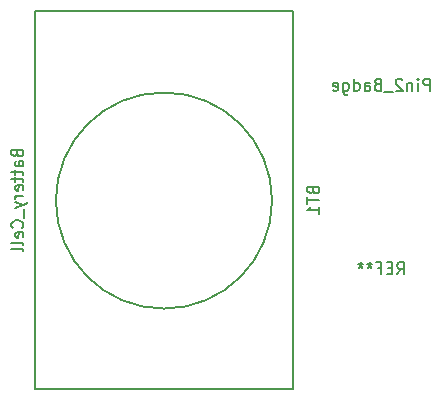
<source format=gbr>
G04 #@! TF.GenerationSoftware,KiCad,Pcbnew,6.0.0-rc1-unknown-5b3202d~66~ubuntu16.04.1*
G04 #@! TF.CreationDate,2018-12-07T08:51:36-07:00
G04 #@! TF.ProjectId,MakerCozumel,4d616b65-7243-46f7-9a75-6d656c2e6b69,rev?*
G04 #@! TF.SameCoordinates,Original*
G04 #@! TF.FileFunction,Other,Fab,Bot*
%FSLAX46Y46*%
G04 Gerber Fmt 4.6, Leading zero omitted, Abs format (unit mm)*
G04 Created by KiCad (PCBNEW 6.0.0-rc1-unknown-5b3202d~66~ubuntu16.04.1) date Fri 07 Dec 2018 08:51:36 AM MST*
%MOMM*%
%LPD*%
G04 APERTURE LIST*
%ADD10C,0.150000*%
G04 APERTURE END LIST*
D10*
G04 #@! TO.C,BT1*
X129166229Y-100253800D02*
G75*
G03X129166229Y-100253800I-9151229J0D01*
G01*
X130915000Y-116177600D02*
X130915000Y-84177600D01*
X109118400Y-116177600D02*
X109118400Y-84177600D01*
X109115000Y-84177600D02*
X130915000Y-84177600D01*
X109115000Y-116177600D02*
X130915000Y-116177600D01*
G04 #@! TD*
G04 #@! TO.C,BT1*
X132643571Y-99417285D02*
X132691190Y-99560142D01*
X132738809Y-99607761D01*
X132834047Y-99655380D01*
X132976904Y-99655380D01*
X133072142Y-99607761D01*
X133119761Y-99560142D01*
X133167380Y-99464904D01*
X133167380Y-99083952D01*
X132167380Y-99083952D01*
X132167380Y-99417285D01*
X132215000Y-99512523D01*
X132262619Y-99560142D01*
X132357857Y-99607761D01*
X132453095Y-99607761D01*
X132548333Y-99560142D01*
X132595952Y-99512523D01*
X132643571Y-99417285D01*
X132643571Y-99083952D01*
X132167380Y-99941095D02*
X132167380Y-100512523D01*
X133167380Y-100226809D02*
X132167380Y-100226809D01*
X133167380Y-101369666D02*
X133167380Y-100798238D01*
X133167380Y-101083952D02*
X132167380Y-101083952D01*
X132310238Y-100988714D01*
X132405476Y-100893476D01*
X132453095Y-100798238D01*
X107573771Y-96272838D02*
X107621390Y-96415695D01*
X107669009Y-96463314D01*
X107764247Y-96510933D01*
X107907104Y-96510933D01*
X108002342Y-96463314D01*
X108049961Y-96415695D01*
X108097580Y-96320457D01*
X108097580Y-95939504D01*
X107097580Y-95939504D01*
X107097580Y-96272838D01*
X107145200Y-96368076D01*
X107192819Y-96415695D01*
X107288057Y-96463314D01*
X107383295Y-96463314D01*
X107478533Y-96415695D01*
X107526152Y-96368076D01*
X107573771Y-96272838D01*
X107573771Y-95939504D01*
X108097580Y-97368076D02*
X107573771Y-97368076D01*
X107478533Y-97320457D01*
X107430914Y-97225219D01*
X107430914Y-97034742D01*
X107478533Y-96939504D01*
X108049961Y-97368076D02*
X108097580Y-97272838D01*
X108097580Y-97034742D01*
X108049961Y-96939504D01*
X107954723Y-96891885D01*
X107859485Y-96891885D01*
X107764247Y-96939504D01*
X107716628Y-97034742D01*
X107716628Y-97272838D01*
X107669009Y-97368076D01*
X107430914Y-97701409D02*
X107430914Y-98082361D01*
X107097580Y-97844266D02*
X107954723Y-97844266D01*
X108049961Y-97891885D01*
X108097580Y-97987123D01*
X108097580Y-98082361D01*
X107430914Y-98272838D02*
X107430914Y-98653790D01*
X107097580Y-98415695D02*
X107954723Y-98415695D01*
X108049961Y-98463314D01*
X108097580Y-98558552D01*
X108097580Y-98653790D01*
X108049961Y-99368076D02*
X108097580Y-99272838D01*
X108097580Y-99082361D01*
X108049961Y-98987123D01*
X107954723Y-98939504D01*
X107573771Y-98939504D01*
X107478533Y-98987123D01*
X107430914Y-99082361D01*
X107430914Y-99272838D01*
X107478533Y-99368076D01*
X107573771Y-99415695D01*
X107669009Y-99415695D01*
X107764247Y-98939504D01*
X108097580Y-99844266D02*
X107430914Y-99844266D01*
X107621390Y-99844266D02*
X107526152Y-99891885D01*
X107478533Y-99939504D01*
X107430914Y-100034742D01*
X107430914Y-100129980D01*
X107430914Y-100368076D02*
X108097580Y-100606171D01*
X107430914Y-100844266D02*
X108097580Y-100606171D01*
X108335676Y-100510933D01*
X108383295Y-100463314D01*
X108430914Y-100368076D01*
X108192819Y-100987123D02*
X108192819Y-101749028D01*
X108002342Y-102558552D02*
X108049961Y-102510933D01*
X108097580Y-102368076D01*
X108097580Y-102272838D01*
X108049961Y-102129980D01*
X107954723Y-102034742D01*
X107859485Y-101987123D01*
X107669009Y-101939504D01*
X107526152Y-101939504D01*
X107335676Y-101987123D01*
X107240438Y-102034742D01*
X107145200Y-102129980D01*
X107097580Y-102272838D01*
X107097580Y-102368076D01*
X107145200Y-102510933D01*
X107192819Y-102558552D01*
X108049961Y-103368076D02*
X108097580Y-103272838D01*
X108097580Y-103082361D01*
X108049961Y-102987123D01*
X107954723Y-102939504D01*
X107573771Y-102939504D01*
X107478533Y-102987123D01*
X107430914Y-103082361D01*
X107430914Y-103272838D01*
X107478533Y-103368076D01*
X107573771Y-103415695D01*
X107669009Y-103415695D01*
X107764247Y-102939504D01*
X108097580Y-103987123D02*
X108049961Y-103891885D01*
X107954723Y-103844266D01*
X107097580Y-103844266D01*
X108097580Y-104510933D02*
X108049961Y-104415695D01*
X107954723Y-104368076D01*
X107097580Y-104368076D01*
G04 #@! TO.C,REF\002A\002A*
X139763333Y-106497380D02*
X140096666Y-106021190D01*
X140334761Y-106497380D02*
X140334761Y-105497380D01*
X139953809Y-105497380D01*
X139858571Y-105545000D01*
X139810952Y-105592619D01*
X139763333Y-105687857D01*
X139763333Y-105830714D01*
X139810952Y-105925952D01*
X139858571Y-105973571D01*
X139953809Y-106021190D01*
X140334761Y-106021190D01*
X139334761Y-105973571D02*
X139001428Y-105973571D01*
X138858571Y-106497380D02*
X139334761Y-106497380D01*
X139334761Y-105497380D01*
X138858571Y-105497380D01*
X138096666Y-105973571D02*
X138430000Y-105973571D01*
X138430000Y-106497380D02*
X138430000Y-105497380D01*
X137953809Y-105497380D01*
X137430000Y-105497380D02*
X137430000Y-105735476D01*
X137668095Y-105640238D02*
X137430000Y-105735476D01*
X137191904Y-105640238D01*
X137572857Y-105925952D02*
X137430000Y-105735476D01*
X137287142Y-105925952D01*
X136668095Y-105497380D02*
X136668095Y-105735476D01*
X136906190Y-105640238D02*
X136668095Y-105735476D01*
X136430000Y-105640238D01*
X136810952Y-105925952D02*
X136668095Y-105735476D01*
X136525238Y-105925952D01*
X142525238Y-90952580D02*
X142525238Y-89952580D01*
X142144285Y-89952580D01*
X142049047Y-90000200D01*
X142001428Y-90047819D01*
X141953809Y-90143057D01*
X141953809Y-90285914D01*
X142001428Y-90381152D01*
X142049047Y-90428771D01*
X142144285Y-90476390D01*
X142525238Y-90476390D01*
X141525238Y-90952580D02*
X141525238Y-90285914D01*
X141525238Y-89952580D02*
X141572857Y-90000200D01*
X141525238Y-90047819D01*
X141477619Y-90000200D01*
X141525238Y-89952580D01*
X141525238Y-90047819D01*
X141049047Y-90285914D02*
X141049047Y-90952580D01*
X141049047Y-90381152D02*
X141001428Y-90333533D01*
X140906190Y-90285914D01*
X140763333Y-90285914D01*
X140668095Y-90333533D01*
X140620476Y-90428771D01*
X140620476Y-90952580D01*
X140191904Y-90047819D02*
X140144285Y-90000200D01*
X140049047Y-89952580D01*
X139810952Y-89952580D01*
X139715714Y-90000200D01*
X139668095Y-90047819D01*
X139620476Y-90143057D01*
X139620476Y-90238295D01*
X139668095Y-90381152D01*
X140239523Y-90952580D01*
X139620476Y-90952580D01*
X139430000Y-91047819D02*
X138668095Y-91047819D01*
X138096666Y-90428771D02*
X137953809Y-90476390D01*
X137906190Y-90524009D01*
X137858571Y-90619247D01*
X137858571Y-90762104D01*
X137906190Y-90857342D01*
X137953809Y-90904961D01*
X138049047Y-90952580D01*
X138430000Y-90952580D01*
X138430000Y-89952580D01*
X138096666Y-89952580D01*
X138001428Y-90000200D01*
X137953809Y-90047819D01*
X137906190Y-90143057D01*
X137906190Y-90238295D01*
X137953809Y-90333533D01*
X138001428Y-90381152D01*
X138096666Y-90428771D01*
X138430000Y-90428771D01*
X137001428Y-90952580D02*
X137001428Y-90428771D01*
X137049047Y-90333533D01*
X137144285Y-90285914D01*
X137334761Y-90285914D01*
X137430000Y-90333533D01*
X137001428Y-90904961D02*
X137096666Y-90952580D01*
X137334761Y-90952580D01*
X137430000Y-90904961D01*
X137477619Y-90809723D01*
X137477619Y-90714485D01*
X137430000Y-90619247D01*
X137334761Y-90571628D01*
X137096666Y-90571628D01*
X137001428Y-90524009D01*
X136096666Y-90952580D02*
X136096666Y-89952580D01*
X136096666Y-90904961D02*
X136191904Y-90952580D01*
X136382380Y-90952580D01*
X136477619Y-90904961D01*
X136525238Y-90857342D01*
X136572857Y-90762104D01*
X136572857Y-90476390D01*
X136525238Y-90381152D01*
X136477619Y-90333533D01*
X136382380Y-90285914D01*
X136191904Y-90285914D01*
X136096666Y-90333533D01*
X135191904Y-90285914D02*
X135191904Y-91095438D01*
X135239523Y-91190676D01*
X135287142Y-91238295D01*
X135382380Y-91285914D01*
X135525238Y-91285914D01*
X135620476Y-91238295D01*
X135191904Y-90904961D02*
X135287142Y-90952580D01*
X135477619Y-90952580D01*
X135572857Y-90904961D01*
X135620476Y-90857342D01*
X135668095Y-90762104D01*
X135668095Y-90476390D01*
X135620476Y-90381152D01*
X135572857Y-90333533D01*
X135477619Y-90285914D01*
X135287142Y-90285914D01*
X135191904Y-90333533D01*
X134334761Y-90904961D02*
X134430000Y-90952580D01*
X134620476Y-90952580D01*
X134715714Y-90904961D01*
X134763333Y-90809723D01*
X134763333Y-90428771D01*
X134715714Y-90333533D01*
X134620476Y-90285914D01*
X134430000Y-90285914D01*
X134334761Y-90333533D01*
X134287142Y-90428771D01*
X134287142Y-90524009D01*
X134763333Y-90619247D01*
G04 #@! TD*
M02*

</source>
